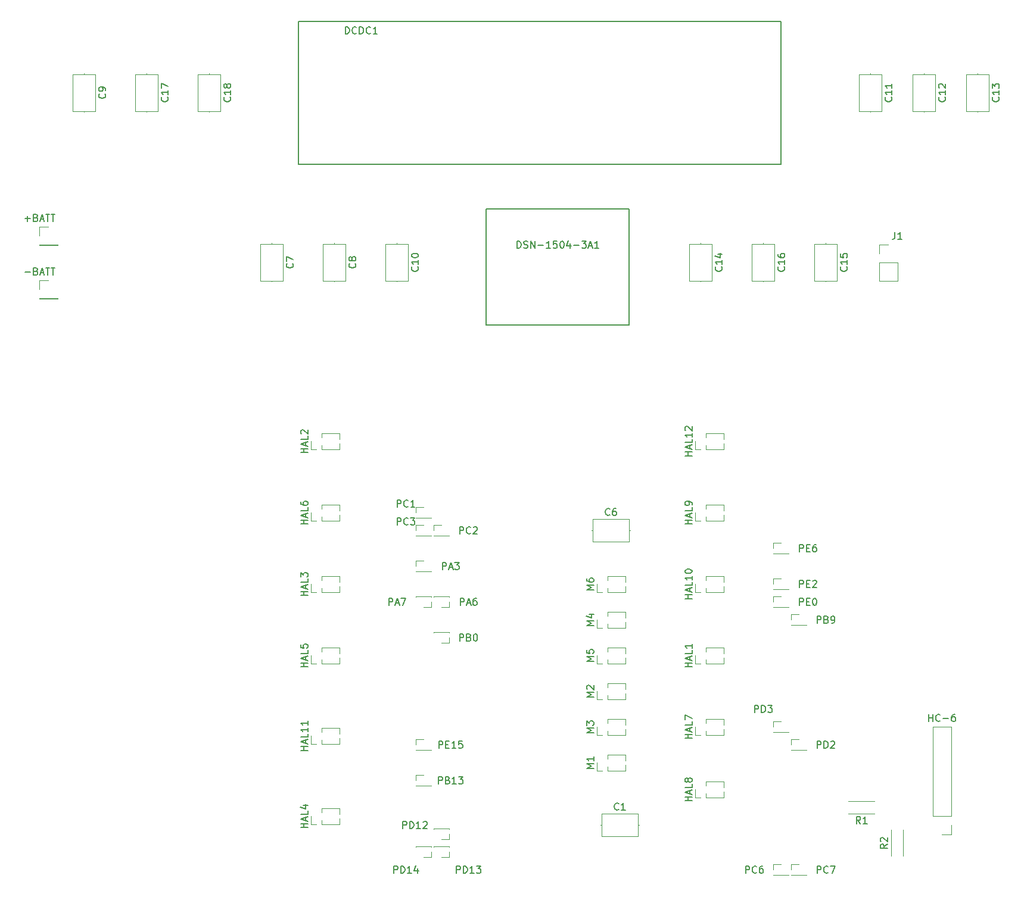
<source format=gbr>
G04 #@! TF.FileFunction,Legend,Top*
%FSLAX46Y46*%
G04 Gerber Fmt 4.6, Leading zero omitted, Abs format (unit mm)*
G04 Created by KiCad (PCBNEW 4.0.7) date 11/30/18 16:36:38*
%MOMM*%
%LPD*%
G01*
G04 APERTURE LIST*
%ADD10C,0.100000*%
%ADD11C,0.150000*%
%ADD12C,0.120000*%
G04 APERTURE END LIST*
D10*
D11*
X91440000Y-22860000D02*
X91440000Y-43180000D01*
X91440000Y-43180000D02*
X160020000Y-43180000D01*
X160020000Y-43180000D02*
X160020000Y-22860000D01*
X160020000Y-22860000D02*
X91440000Y-22860000D01*
D12*
X184210000Y-123130000D02*
X181550000Y-123130000D01*
X184210000Y-135890000D02*
X184210000Y-123130000D01*
X181550000Y-135890000D02*
X181550000Y-123130000D01*
X184210000Y-135890000D02*
X181550000Y-135890000D01*
X184210000Y-137160000D02*
X184210000Y-138490000D01*
X184210000Y-138490000D02*
X182880000Y-138490000D01*
X173930000Y-59750000D02*
X176590000Y-59750000D01*
X173930000Y-57150000D02*
X173930000Y-59750000D01*
X176590000Y-57150000D02*
X176590000Y-59750000D01*
X173930000Y-57150000D02*
X176590000Y-57150000D01*
X173930000Y-55880000D02*
X173930000Y-54550000D01*
X173930000Y-54550000D02*
X175260000Y-54550000D01*
X173310000Y-135480000D02*
X169590000Y-135480000D01*
X173310000Y-133760000D02*
X169590000Y-133760000D01*
X175670000Y-141560000D02*
X175670000Y-137840000D01*
X177390000Y-141560000D02*
X177390000Y-137840000D01*
X161450000Y-144270000D02*
X163670000Y-144270000D01*
X161450000Y-144270000D02*
X161450000Y-144205000D01*
X163670000Y-144270000D02*
X163670000Y-144205000D01*
X161450000Y-144270000D02*
X161996529Y-144270000D01*
X163123471Y-144270000D02*
X163670000Y-144270000D01*
X161450000Y-143510000D02*
X161450000Y-142750000D01*
X161450000Y-142750000D02*
X162560000Y-142750000D01*
X108110000Y-126490000D02*
X110330000Y-126490000D01*
X108110000Y-126490000D02*
X108110000Y-126425000D01*
X110330000Y-126490000D02*
X110330000Y-126425000D01*
X108110000Y-126490000D02*
X108656529Y-126490000D01*
X109783471Y-126490000D02*
X110330000Y-126490000D01*
X108110000Y-125730000D02*
X108110000Y-124970000D01*
X108110000Y-124970000D02*
X109220000Y-124970000D01*
X158910000Y-98550000D02*
X161130000Y-98550000D01*
X158910000Y-98550000D02*
X158910000Y-98485000D01*
X161130000Y-98550000D02*
X161130000Y-98485000D01*
X158910000Y-98550000D02*
X159456529Y-98550000D01*
X160583471Y-98550000D02*
X161130000Y-98550000D01*
X158910000Y-97790000D02*
X158910000Y-97030000D01*
X158910000Y-97030000D02*
X160020000Y-97030000D01*
X158910000Y-103630000D02*
X161130000Y-103630000D01*
X158910000Y-103630000D02*
X158910000Y-103565000D01*
X161130000Y-103630000D02*
X161130000Y-103565000D01*
X158910000Y-103630000D02*
X159456529Y-103630000D01*
X160583471Y-103630000D02*
X161130000Y-103630000D01*
X158910000Y-102870000D02*
X158910000Y-102110000D01*
X158910000Y-102110000D02*
X160020000Y-102110000D01*
X158910000Y-106170000D02*
X161130000Y-106170000D01*
X158910000Y-106170000D02*
X158910000Y-106105000D01*
X161130000Y-106170000D02*
X161130000Y-106105000D01*
X158910000Y-106170000D02*
X159456529Y-106170000D01*
X160583471Y-106170000D02*
X161130000Y-106170000D01*
X158910000Y-105410000D02*
X158910000Y-104650000D01*
X158910000Y-104650000D02*
X160020000Y-104650000D01*
X110330000Y-140210000D02*
X108110000Y-140210000D01*
X110330000Y-140210000D02*
X110330000Y-140275000D01*
X108110000Y-140210000D02*
X108110000Y-140275000D01*
X110330000Y-140210000D02*
X109783471Y-140210000D01*
X108656529Y-140210000D02*
X108110000Y-140210000D01*
X110330000Y-140970000D02*
X110330000Y-141730000D01*
X110330000Y-141730000D02*
X109220000Y-141730000D01*
X112870000Y-140210000D02*
X110650000Y-140210000D01*
X112870000Y-140210000D02*
X112870000Y-140275000D01*
X110650000Y-140210000D02*
X110650000Y-140275000D01*
X112870000Y-140210000D02*
X112323471Y-140210000D01*
X111196529Y-140210000D02*
X110650000Y-140210000D01*
X112870000Y-140970000D02*
X112870000Y-141730000D01*
X112870000Y-141730000D02*
X111760000Y-141730000D01*
X112870000Y-137670000D02*
X110650000Y-137670000D01*
X112870000Y-137670000D02*
X112870000Y-137735000D01*
X110650000Y-137670000D02*
X110650000Y-137735000D01*
X112870000Y-137670000D02*
X112323471Y-137670000D01*
X111196529Y-137670000D02*
X110650000Y-137670000D01*
X112870000Y-138430000D02*
X112870000Y-139190000D01*
X112870000Y-139190000D02*
X111760000Y-139190000D01*
X158910000Y-123950000D02*
X161130000Y-123950000D01*
X158910000Y-123950000D02*
X158910000Y-123885000D01*
X161130000Y-123950000D02*
X161130000Y-123885000D01*
X158910000Y-123950000D02*
X159456529Y-123950000D01*
X160583471Y-123950000D02*
X161130000Y-123950000D01*
X158910000Y-123190000D02*
X158910000Y-122430000D01*
X158910000Y-122430000D02*
X160020000Y-122430000D01*
X161450000Y-126490000D02*
X163670000Y-126490000D01*
X161450000Y-126490000D02*
X161450000Y-126425000D01*
X163670000Y-126490000D02*
X163670000Y-126425000D01*
X161450000Y-126490000D02*
X161996529Y-126490000D01*
X163123471Y-126490000D02*
X163670000Y-126490000D01*
X161450000Y-125730000D02*
X161450000Y-124970000D01*
X161450000Y-124970000D02*
X162560000Y-124970000D01*
X158910000Y-144270000D02*
X161130000Y-144270000D01*
X158910000Y-144270000D02*
X158910000Y-144205000D01*
X161130000Y-144270000D02*
X161130000Y-144205000D01*
X158910000Y-144270000D02*
X159456529Y-144270000D01*
X160583471Y-144270000D02*
X161130000Y-144270000D01*
X158910000Y-143510000D02*
X158910000Y-142750000D01*
X158910000Y-142750000D02*
X160020000Y-142750000D01*
X108110000Y-96010000D02*
X110330000Y-96010000D01*
X108110000Y-96010000D02*
X108110000Y-95945000D01*
X110330000Y-96010000D02*
X110330000Y-95945000D01*
X108110000Y-96010000D02*
X108656529Y-96010000D01*
X109783471Y-96010000D02*
X110330000Y-96010000D01*
X108110000Y-95250000D02*
X108110000Y-94490000D01*
X108110000Y-94490000D02*
X109220000Y-94490000D01*
X110650000Y-96010000D02*
X112870000Y-96010000D01*
X110650000Y-96010000D02*
X110650000Y-95945000D01*
X112870000Y-96010000D02*
X112870000Y-95945000D01*
X110650000Y-96010000D02*
X111196529Y-96010000D01*
X112323471Y-96010000D02*
X112870000Y-96010000D01*
X110650000Y-95250000D02*
X110650000Y-94490000D01*
X110650000Y-94490000D02*
X111760000Y-94490000D01*
X108110000Y-93470000D02*
X110330000Y-93470000D01*
X108110000Y-93470000D02*
X108110000Y-93405000D01*
X110330000Y-93470000D02*
X110330000Y-93405000D01*
X108110000Y-93470000D02*
X108656529Y-93470000D01*
X109783471Y-93470000D02*
X110330000Y-93470000D01*
X108110000Y-92710000D02*
X108110000Y-91950000D01*
X108110000Y-91950000D02*
X109220000Y-91950000D01*
X108110000Y-131570000D02*
X110330000Y-131570000D01*
X108110000Y-131570000D02*
X108110000Y-131505000D01*
X110330000Y-131570000D02*
X110330000Y-131505000D01*
X108110000Y-131570000D02*
X108656529Y-131570000D01*
X109783471Y-131570000D02*
X110330000Y-131570000D01*
X108110000Y-130810000D02*
X108110000Y-130050000D01*
X108110000Y-130050000D02*
X109220000Y-130050000D01*
X161450000Y-108710000D02*
X163670000Y-108710000D01*
X161450000Y-108710000D02*
X161450000Y-108645000D01*
X163670000Y-108710000D02*
X163670000Y-108645000D01*
X161450000Y-108710000D02*
X161996529Y-108710000D01*
X163123471Y-108710000D02*
X163670000Y-108710000D01*
X161450000Y-107950000D02*
X161450000Y-107190000D01*
X161450000Y-107190000D02*
X162560000Y-107190000D01*
X112870000Y-109730000D02*
X110650000Y-109730000D01*
X112870000Y-109730000D02*
X112870000Y-109795000D01*
X110650000Y-109730000D02*
X110650000Y-109795000D01*
X112870000Y-109730000D02*
X112323471Y-109730000D01*
X111196529Y-109730000D02*
X110650000Y-109730000D01*
X112870000Y-110490000D02*
X112870000Y-111250000D01*
X112870000Y-111250000D02*
X111760000Y-111250000D01*
X110330000Y-104650000D02*
X108110000Y-104650000D01*
X110330000Y-104650000D02*
X110330000Y-104715000D01*
X108110000Y-104650000D02*
X108110000Y-104715000D01*
X110330000Y-104650000D02*
X109783471Y-104650000D01*
X108656529Y-104650000D02*
X108110000Y-104650000D01*
X110330000Y-105410000D02*
X110330000Y-106170000D01*
X110330000Y-106170000D02*
X109220000Y-106170000D01*
X112870000Y-104650000D02*
X110650000Y-104650000D01*
X112870000Y-104650000D02*
X112870000Y-104715000D01*
X110650000Y-104650000D02*
X110650000Y-104715000D01*
X112870000Y-104650000D02*
X112323471Y-104650000D01*
X111196529Y-104650000D02*
X110650000Y-104650000D01*
X112870000Y-105410000D02*
X112870000Y-106170000D01*
X112870000Y-106170000D02*
X111760000Y-106170000D01*
X108110000Y-101090000D02*
X110330000Y-101090000D01*
X108110000Y-101090000D02*
X108110000Y-101025000D01*
X110330000Y-101090000D02*
X110330000Y-101025000D01*
X108110000Y-101090000D02*
X108656529Y-101090000D01*
X109783471Y-101090000D02*
X110330000Y-101090000D01*
X108110000Y-100330000D02*
X108110000Y-99570000D01*
X108110000Y-99570000D02*
X109220000Y-99570000D01*
X137855000Y-103980000D02*
X137855000Y-103177530D01*
X137855000Y-102562470D02*
X137855000Y-101760000D01*
X135380000Y-103980000D02*
X137855000Y-103980000D01*
X135380000Y-101760000D02*
X137855000Y-101760000D01*
X135380000Y-103980000D02*
X135380000Y-103433471D01*
X135380000Y-102306529D02*
X135380000Y-101760000D01*
X134620000Y-103980000D02*
X133860000Y-103980000D01*
X133860000Y-103980000D02*
X133860000Y-102870000D01*
X137855000Y-114140000D02*
X137855000Y-113337530D01*
X137855000Y-112722470D02*
X137855000Y-111920000D01*
X135380000Y-114140000D02*
X137855000Y-114140000D01*
X135380000Y-111920000D02*
X137855000Y-111920000D01*
X135380000Y-114140000D02*
X135380000Y-113593471D01*
X135380000Y-112466529D02*
X135380000Y-111920000D01*
X134620000Y-114140000D02*
X133860000Y-114140000D01*
X133860000Y-114140000D02*
X133860000Y-113030000D01*
X137855000Y-109060000D02*
X137855000Y-108257530D01*
X137855000Y-107642470D02*
X137855000Y-106840000D01*
X135380000Y-109060000D02*
X137855000Y-109060000D01*
X135380000Y-106840000D02*
X137855000Y-106840000D01*
X135380000Y-109060000D02*
X135380000Y-108513471D01*
X135380000Y-107386529D02*
X135380000Y-106840000D01*
X134620000Y-109060000D02*
X133860000Y-109060000D01*
X133860000Y-109060000D02*
X133860000Y-107950000D01*
X137855000Y-124300000D02*
X137855000Y-123497530D01*
X137855000Y-122882470D02*
X137855000Y-122080000D01*
X135380000Y-124300000D02*
X137855000Y-124300000D01*
X135380000Y-122080000D02*
X137855000Y-122080000D01*
X135380000Y-124300000D02*
X135380000Y-123753471D01*
X135380000Y-122626529D02*
X135380000Y-122080000D01*
X134620000Y-124300000D02*
X133860000Y-124300000D01*
X133860000Y-124300000D02*
X133860000Y-123190000D01*
X137855000Y-119220000D02*
X137855000Y-118417530D01*
X137855000Y-117802470D02*
X137855000Y-117000000D01*
X135380000Y-119220000D02*
X137855000Y-119220000D01*
X135380000Y-117000000D02*
X137855000Y-117000000D01*
X135380000Y-119220000D02*
X135380000Y-118673471D01*
X135380000Y-117546529D02*
X135380000Y-117000000D01*
X134620000Y-119220000D02*
X133860000Y-119220000D01*
X133860000Y-119220000D02*
X133860000Y-118110000D01*
X137855000Y-129380000D02*
X137855000Y-128577530D01*
X137855000Y-127962470D02*
X137855000Y-127160000D01*
X135380000Y-129380000D02*
X137855000Y-129380000D01*
X135380000Y-127160000D02*
X137855000Y-127160000D01*
X135380000Y-129380000D02*
X135380000Y-128833471D01*
X135380000Y-127706529D02*
X135380000Y-127160000D01*
X134620000Y-129380000D02*
X133860000Y-129380000D01*
X133860000Y-129380000D02*
X133860000Y-128270000D01*
X151825000Y-83660000D02*
X151825000Y-82857530D01*
X151825000Y-82242470D02*
X151825000Y-81440000D01*
X149350000Y-83660000D02*
X151825000Y-83660000D01*
X149350000Y-81440000D02*
X151825000Y-81440000D01*
X149350000Y-83660000D02*
X149350000Y-83113471D01*
X149350000Y-81986529D02*
X149350000Y-81440000D01*
X148590000Y-83660000D02*
X147830000Y-83660000D01*
X147830000Y-83660000D02*
X147830000Y-82550000D01*
X97215000Y-125570000D02*
X97215000Y-124767530D01*
X97215000Y-124152470D02*
X97215000Y-123350000D01*
X94740000Y-125570000D02*
X97215000Y-125570000D01*
X94740000Y-123350000D02*
X97215000Y-123350000D01*
X94740000Y-125570000D02*
X94740000Y-125023471D01*
X94740000Y-123896529D02*
X94740000Y-123350000D01*
X93980000Y-125570000D02*
X93220000Y-125570000D01*
X93220000Y-125570000D02*
X93220000Y-124460000D01*
X151825000Y-103980000D02*
X151825000Y-103177530D01*
X151825000Y-102562470D02*
X151825000Y-101760000D01*
X149350000Y-103980000D02*
X151825000Y-103980000D01*
X149350000Y-101760000D02*
X151825000Y-101760000D01*
X149350000Y-103980000D02*
X149350000Y-103433471D01*
X149350000Y-102306529D02*
X149350000Y-101760000D01*
X148590000Y-103980000D02*
X147830000Y-103980000D01*
X147830000Y-103980000D02*
X147830000Y-102870000D01*
X151825000Y-93820000D02*
X151825000Y-93017530D01*
X151825000Y-92402470D02*
X151825000Y-91600000D01*
X149350000Y-93820000D02*
X151825000Y-93820000D01*
X149350000Y-91600000D02*
X151825000Y-91600000D01*
X149350000Y-93820000D02*
X149350000Y-93273471D01*
X149350000Y-92146529D02*
X149350000Y-91600000D01*
X148590000Y-93820000D02*
X147830000Y-93820000D01*
X147830000Y-93820000D02*
X147830000Y-92710000D01*
X151825000Y-133190000D02*
X151825000Y-132387530D01*
X151825000Y-131772470D02*
X151825000Y-130970000D01*
X149350000Y-133190000D02*
X151825000Y-133190000D01*
X149350000Y-130970000D02*
X151825000Y-130970000D01*
X149350000Y-133190000D02*
X149350000Y-132643471D01*
X149350000Y-131516529D02*
X149350000Y-130970000D01*
X148590000Y-133190000D02*
X147830000Y-133190000D01*
X147830000Y-133190000D02*
X147830000Y-132080000D01*
X151825000Y-124300000D02*
X151825000Y-123497530D01*
X151825000Y-122882470D02*
X151825000Y-122080000D01*
X149350000Y-124300000D02*
X151825000Y-124300000D01*
X149350000Y-122080000D02*
X151825000Y-122080000D01*
X149350000Y-124300000D02*
X149350000Y-123753471D01*
X149350000Y-122626529D02*
X149350000Y-122080000D01*
X148590000Y-124300000D02*
X147830000Y-124300000D01*
X147830000Y-124300000D02*
X147830000Y-123190000D01*
X97215000Y-93820000D02*
X97215000Y-93017530D01*
X97215000Y-92402470D02*
X97215000Y-91600000D01*
X94740000Y-93820000D02*
X97215000Y-93820000D01*
X94740000Y-91600000D02*
X97215000Y-91600000D01*
X94740000Y-93820000D02*
X94740000Y-93273471D01*
X94740000Y-92146529D02*
X94740000Y-91600000D01*
X93980000Y-93820000D02*
X93220000Y-93820000D01*
X93220000Y-93820000D02*
X93220000Y-92710000D01*
X97215000Y-114140000D02*
X97215000Y-113337530D01*
X97215000Y-112722470D02*
X97215000Y-111920000D01*
X94740000Y-114140000D02*
X97215000Y-114140000D01*
X94740000Y-111920000D02*
X97215000Y-111920000D01*
X94740000Y-114140000D02*
X94740000Y-113593471D01*
X94740000Y-112466529D02*
X94740000Y-111920000D01*
X93980000Y-114140000D02*
X93220000Y-114140000D01*
X93220000Y-114140000D02*
X93220000Y-113030000D01*
X97215000Y-137000000D02*
X97215000Y-136197530D01*
X97215000Y-135582470D02*
X97215000Y-134780000D01*
X94740000Y-137000000D02*
X97215000Y-137000000D01*
X94740000Y-134780000D02*
X97215000Y-134780000D01*
X94740000Y-137000000D02*
X94740000Y-136453471D01*
X94740000Y-135326529D02*
X94740000Y-134780000D01*
X93980000Y-137000000D02*
X93220000Y-137000000D01*
X93220000Y-137000000D02*
X93220000Y-135890000D01*
X97215000Y-103980000D02*
X97215000Y-103177530D01*
X97215000Y-102562470D02*
X97215000Y-101760000D01*
X94740000Y-103980000D02*
X97215000Y-103980000D01*
X94740000Y-101760000D02*
X97215000Y-101760000D01*
X94740000Y-103980000D02*
X94740000Y-103433471D01*
X94740000Y-102306529D02*
X94740000Y-101760000D01*
X93980000Y-103980000D02*
X93220000Y-103980000D01*
X93220000Y-103980000D02*
X93220000Y-102870000D01*
X97215000Y-83660000D02*
X97215000Y-82857530D01*
X97215000Y-82242470D02*
X97215000Y-81440000D01*
X94740000Y-83660000D02*
X97215000Y-83660000D01*
X94740000Y-81440000D02*
X97215000Y-81440000D01*
X94740000Y-83660000D02*
X94740000Y-83113471D01*
X94740000Y-81986529D02*
X94740000Y-81440000D01*
X93980000Y-83660000D02*
X93220000Y-83660000D01*
X93220000Y-83660000D02*
X93220000Y-82550000D01*
X151825000Y-114140000D02*
X151825000Y-113337530D01*
X151825000Y-112722470D02*
X151825000Y-111920000D01*
X149350000Y-114140000D02*
X151825000Y-114140000D01*
X149350000Y-111920000D02*
X151825000Y-111920000D01*
X149350000Y-114140000D02*
X149350000Y-113593471D01*
X149350000Y-112466529D02*
X149350000Y-111920000D01*
X148590000Y-114140000D02*
X147830000Y-114140000D01*
X147830000Y-114140000D02*
X147830000Y-113030000D01*
X80350000Y-30350000D02*
X77130000Y-30350000D01*
X77130000Y-30350000D02*
X77130000Y-35570000D01*
X77130000Y-35570000D02*
X80350000Y-35570000D01*
X80350000Y-35570000D02*
X80350000Y-30350000D01*
X78740000Y-30190000D02*
X78740000Y-30350000D01*
X78740000Y-35730000D02*
X78740000Y-35570000D01*
X71460000Y-30350000D02*
X68240000Y-30350000D01*
X68240000Y-30350000D02*
X68240000Y-35570000D01*
X68240000Y-35570000D02*
X71460000Y-35570000D01*
X71460000Y-35570000D02*
X71460000Y-30350000D01*
X69850000Y-30190000D02*
X69850000Y-30350000D01*
X69850000Y-35730000D02*
X69850000Y-35570000D01*
X159090000Y-54480000D02*
X155870000Y-54480000D01*
X155870000Y-54480000D02*
X155870000Y-59700000D01*
X155870000Y-59700000D02*
X159090000Y-59700000D01*
X159090000Y-59700000D02*
X159090000Y-54480000D01*
X157480000Y-54320000D02*
X157480000Y-54480000D01*
X157480000Y-59860000D02*
X157480000Y-59700000D01*
X167980000Y-54480000D02*
X164760000Y-54480000D01*
X164760000Y-54480000D02*
X164760000Y-59700000D01*
X164760000Y-59700000D02*
X167980000Y-59700000D01*
X167980000Y-59700000D02*
X167980000Y-54480000D01*
X166370000Y-54320000D02*
X166370000Y-54480000D01*
X166370000Y-59860000D02*
X166370000Y-59700000D01*
X150200000Y-54480000D02*
X146980000Y-54480000D01*
X146980000Y-54480000D02*
X146980000Y-59700000D01*
X146980000Y-59700000D02*
X150200000Y-59700000D01*
X150200000Y-59700000D02*
X150200000Y-54480000D01*
X148590000Y-54320000D02*
X148590000Y-54480000D01*
X148590000Y-59860000D02*
X148590000Y-59700000D01*
X189570000Y-30350000D02*
X186350000Y-30350000D01*
X186350000Y-30350000D02*
X186350000Y-35570000D01*
X186350000Y-35570000D02*
X189570000Y-35570000D01*
X189570000Y-35570000D02*
X189570000Y-30350000D01*
X187960000Y-30190000D02*
X187960000Y-30350000D01*
X187960000Y-35730000D02*
X187960000Y-35570000D01*
X181950000Y-30350000D02*
X178730000Y-30350000D01*
X178730000Y-30350000D02*
X178730000Y-35570000D01*
X178730000Y-35570000D02*
X181950000Y-35570000D01*
X181950000Y-35570000D02*
X181950000Y-30350000D01*
X180340000Y-30190000D02*
X180340000Y-30350000D01*
X180340000Y-35730000D02*
X180340000Y-35570000D01*
X174330000Y-30350000D02*
X171110000Y-30350000D01*
X171110000Y-30350000D02*
X171110000Y-35570000D01*
X171110000Y-35570000D02*
X174330000Y-35570000D01*
X174330000Y-35570000D02*
X174330000Y-30350000D01*
X172720000Y-30190000D02*
X172720000Y-30350000D01*
X172720000Y-35730000D02*
X172720000Y-35570000D01*
X107020000Y-54480000D02*
X103800000Y-54480000D01*
X103800000Y-54480000D02*
X103800000Y-59700000D01*
X103800000Y-59700000D02*
X107020000Y-59700000D01*
X107020000Y-59700000D02*
X107020000Y-54480000D01*
X105410000Y-54320000D02*
X105410000Y-54480000D01*
X105410000Y-59860000D02*
X105410000Y-59700000D01*
X62570000Y-30350000D02*
X59350000Y-30350000D01*
X59350000Y-30350000D02*
X59350000Y-35570000D01*
X59350000Y-35570000D02*
X62570000Y-35570000D01*
X62570000Y-35570000D02*
X62570000Y-30350000D01*
X60960000Y-30190000D02*
X60960000Y-30350000D01*
X60960000Y-35730000D02*
X60960000Y-35570000D01*
X98130000Y-54480000D02*
X94910000Y-54480000D01*
X94910000Y-54480000D02*
X94910000Y-59700000D01*
X94910000Y-59700000D02*
X98130000Y-59700000D01*
X98130000Y-59700000D02*
X98130000Y-54480000D01*
X96520000Y-54320000D02*
X96520000Y-54480000D01*
X96520000Y-59860000D02*
X96520000Y-59700000D01*
X89240000Y-54480000D02*
X86020000Y-54480000D01*
X86020000Y-54480000D02*
X86020000Y-59700000D01*
X86020000Y-59700000D02*
X89240000Y-59700000D01*
X89240000Y-59700000D02*
X89240000Y-54480000D01*
X87630000Y-54320000D02*
X87630000Y-54480000D01*
X87630000Y-59860000D02*
X87630000Y-59700000D01*
X133220000Y-93640000D02*
X133220000Y-96860000D01*
X133220000Y-96860000D02*
X138440000Y-96860000D01*
X138440000Y-96860000D02*
X138440000Y-93640000D01*
X138440000Y-93640000D02*
X133220000Y-93640000D01*
X133060000Y-95250000D02*
X133220000Y-95250000D01*
X138600000Y-95250000D02*
X138440000Y-95250000D01*
X134490000Y-135550000D02*
X134490000Y-138770000D01*
X134490000Y-138770000D02*
X139710000Y-138770000D01*
X139710000Y-138770000D02*
X139710000Y-135550000D01*
X139710000Y-135550000D02*
X134490000Y-135550000D01*
X134330000Y-137160000D02*
X134490000Y-137160000D01*
X139870000Y-137160000D02*
X139710000Y-137160000D01*
D11*
X138430000Y-66040000D02*
X118110000Y-66040000D01*
X118110000Y-66040000D02*
X118110000Y-49530000D01*
X118110000Y-49530000D02*
X138430000Y-49530000D01*
X138430000Y-49530000D02*
X138430000Y-66040000D01*
D12*
X54550000Y-54670000D02*
X57210000Y-54670000D01*
X54550000Y-54610000D02*
X54550000Y-54670000D01*
X57210000Y-54610000D02*
X57210000Y-54670000D01*
X54550000Y-54610000D02*
X57210000Y-54610000D01*
X54550000Y-53340000D02*
X54550000Y-52010000D01*
X54550000Y-52010000D02*
X55880000Y-52010000D01*
X54550000Y-62290000D02*
X57210000Y-62290000D01*
X54550000Y-62230000D02*
X54550000Y-62290000D01*
X57210000Y-62230000D02*
X57210000Y-62290000D01*
X54550000Y-62230000D02*
X57210000Y-62230000D01*
X54550000Y-60960000D02*
X54550000Y-59630000D01*
X54550000Y-59630000D02*
X55880000Y-59630000D01*
D11*
X98091905Y-24582381D02*
X98091905Y-23582381D01*
X98330000Y-23582381D01*
X98472858Y-23630000D01*
X98568096Y-23725238D01*
X98615715Y-23820476D01*
X98663334Y-24010952D01*
X98663334Y-24153810D01*
X98615715Y-24344286D01*
X98568096Y-24439524D01*
X98472858Y-24534762D01*
X98330000Y-24582381D01*
X98091905Y-24582381D01*
X99663334Y-24487143D02*
X99615715Y-24534762D01*
X99472858Y-24582381D01*
X99377620Y-24582381D01*
X99234762Y-24534762D01*
X99139524Y-24439524D01*
X99091905Y-24344286D01*
X99044286Y-24153810D01*
X99044286Y-24010952D01*
X99091905Y-23820476D01*
X99139524Y-23725238D01*
X99234762Y-23630000D01*
X99377620Y-23582381D01*
X99472858Y-23582381D01*
X99615715Y-23630000D01*
X99663334Y-23677619D01*
X100091905Y-24582381D02*
X100091905Y-23582381D01*
X100330000Y-23582381D01*
X100472858Y-23630000D01*
X100568096Y-23725238D01*
X100615715Y-23820476D01*
X100663334Y-24010952D01*
X100663334Y-24153810D01*
X100615715Y-24344286D01*
X100568096Y-24439524D01*
X100472858Y-24534762D01*
X100330000Y-24582381D01*
X100091905Y-24582381D01*
X101663334Y-24487143D02*
X101615715Y-24534762D01*
X101472858Y-24582381D01*
X101377620Y-24582381D01*
X101234762Y-24534762D01*
X101139524Y-24439524D01*
X101091905Y-24344286D01*
X101044286Y-24153810D01*
X101044286Y-24010952D01*
X101091905Y-23820476D01*
X101139524Y-23725238D01*
X101234762Y-23630000D01*
X101377620Y-23582381D01*
X101472858Y-23582381D01*
X101615715Y-23630000D01*
X101663334Y-23677619D01*
X102615715Y-24582381D02*
X102044286Y-24582381D01*
X102330000Y-24582381D02*
X102330000Y-23582381D01*
X102234762Y-23725238D01*
X102139524Y-23820476D01*
X102044286Y-23868095D01*
X180999048Y-122372381D02*
X180999048Y-121372381D01*
X180999048Y-121848571D02*
X181570477Y-121848571D01*
X181570477Y-122372381D02*
X181570477Y-121372381D01*
X182618096Y-122277143D02*
X182570477Y-122324762D01*
X182427620Y-122372381D01*
X182332382Y-122372381D01*
X182189524Y-122324762D01*
X182094286Y-122229524D01*
X182046667Y-122134286D01*
X181999048Y-121943810D01*
X181999048Y-121800952D01*
X182046667Y-121610476D01*
X182094286Y-121515238D01*
X182189524Y-121420000D01*
X182332382Y-121372381D01*
X182427620Y-121372381D01*
X182570477Y-121420000D01*
X182618096Y-121467619D01*
X183046667Y-121991429D02*
X183808572Y-121991429D01*
X184713334Y-121372381D02*
X184522857Y-121372381D01*
X184427619Y-121420000D01*
X184380000Y-121467619D01*
X184284762Y-121610476D01*
X184237143Y-121800952D01*
X184237143Y-122181905D01*
X184284762Y-122277143D01*
X184332381Y-122324762D01*
X184427619Y-122372381D01*
X184618096Y-122372381D01*
X184713334Y-122324762D01*
X184760953Y-122277143D01*
X184808572Y-122181905D01*
X184808572Y-121943810D01*
X184760953Y-121848571D01*
X184713334Y-121800952D01*
X184618096Y-121753333D01*
X184427619Y-121753333D01*
X184332381Y-121800952D01*
X184284762Y-121848571D01*
X184237143Y-121943810D01*
X176196667Y-52792381D02*
X176196667Y-53506667D01*
X176149047Y-53649524D01*
X176053809Y-53744762D01*
X175910952Y-53792381D01*
X175815714Y-53792381D01*
X177196667Y-53792381D02*
X176625238Y-53792381D01*
X176910952Y-53792381D02*
X176910952Y-52792381D01*
X176815714Y-52935238D01*
X176720476Y-53030476D01*
X176625238Y-53078095D01*
X171283334Y-136932381D02*
X170950000Y-136456190D01*
X170711905Y-136932381D02*
X170711905Y-135932381D01*
X171092858Y-135932381D01*
X171188096Y-135980000D01*
X171235715Y-136027619D01*
X171283334Y-136122857D01*
X171283334Y-136265714D01*
X171235715Y-136360952D01*
X171188096Y-136408571D01*
X171092858Y-136456190D01*
X170711905Y-136456190D01*
X172235715Y-136932381D02*
X171664286Y-136932381D01*
X171950000Y-136932381D02*
X171950000Y-135932381D01*
X171854762Y-136075238D01*
X171759524Y-136170476D01*
X171664286Y-136218095D01*
X175122381Y-139866666D02*
X174646190Y-140200000D01*
X175122381Y-140438095D02*
X174122381Y-140438095D01*
X174122381Y-140057142D01*
X174170000Y-139961904D01*
X174217619Y-139914285D01*
X174312857Y-139866666D01*
X174455714Y-139866666D01*
X174550952Y-139914285D01*
X174598571Y-139961904D01*
X174646190Y-140057142D01*
X174646190Y-140438095D01*
X174217619Y-139485714D02*
X174170000Y-139438095D01*
X174122381Y-139342857D01*
X174122381Y-139104761D01*
X174170000Y-139009523D01*
X174217619Y-138961904D01*
X174312857Y-138914285D01*
X174408095Y-138914285D01*
X174550952Y-138961904D01*
X175122381Y-139533333D01*
X175122381Y-138914285D01*
X165131905Y-143962381D02*
X165131905Y-142962381D01*
X165512858Y-142962381D01*
X165608096Y-143010000D01*
X165655715Y-143057619D01*
X165703334Y-143152857D01*
X165703334Y-143295714D01*
X165655715Y-143390952D01*
X165608096Y-143438571D01*
X165512858Y-143486190D01*
X165131905Y-143486190D01*
X166703334Y-143867143D02*
X166655715Y-143914762D01*
X166512858Y-143962381D01*
X166417620Y-143962381D01*
X166274762Y-143914762D01*
X166179524Y-143819524D01*
X166131905Y-143724286D01*
X166084286Y-143533810D01*
X166084286Y-143390952D01*
X166131905Y-143200476D01*
X166179524Y-143105238D01*
X166274762Y-143010000D01*
X166417620Y-142962381D01*
X166512858Y-142962381D01*
X166655715Y-143010000D01*
X166703334Y-143057619D01*
X167036667Y-142962381D02*
X167703334Y-142962381D01*
X167274762Y-143962381D01*
X111363333Y-126182381D02*
X111363333Y-125182381D01*
X111744286Y-125182381D01*
X111839524Y-125230000D01*
X111887143Y-125277619D01*
X111934762Y-125372857D01*
X111934762Y-125515714D01*
X111887143Y-125610952D01*
X111839524Y-125658571D01*
X111744286Y-125706190D01*
X111363333Y-125706190D01*
X112363333Y-125658571D02*
X112696667Y-125658571D01*
X112839524Y-126182381D02*
X112363333Y-126182381D01*
X112363333Y-125182381D01*
X112839524Y-125182381D01*
X113791905Y-126182381D02*
X113220476Y-126182381D01*
X113506190Y-126182381D02*
X113506190Y-125182381D01*
X113410952Y-125325238D01*
X113315714Y-125420476D01*
X113220476Y-125468095D01*
X114696667Y-125182381D02*
X114220476Y-125182381D01*
X114172857Y-125658571D01*
X114220476Y-125610952D01*
X114315714Y-125563333D01*
X114553810Y-125563333D01*
X114649048Y-125610952D01*
X114696667Y-125658571D01*
X114744286Y-125753810D01*
X114744286Y-125991905D01*
X114696667Y-126087143D01*
X114649048Y-126134762D01*
X114553810Y-126182381D01*
X114315714Y-126182381D01*
X114220476Y-126134762D01*
X114172857Y-126087143D01*
X162639524Y-98242381D02*
X162639524Y-97242381D01*
X163020477Y-97242381D01*
X163115715Y-97290000D01*
X163163334Y-97337619D01*
X163210953Y-97432857D01*
X163210953Y-97575714D01*
X163163334Y-97670952D01*
X163115715Y-97718571D01*
X163020477Y-97766190D01*
X162639524Y-97766190D01*
X163639524Y-97718571D02*
X163972858Y-97718571D01*
X164115715Y-98242381D02*
X163639524Y-98242381D01*
X163639524Y-97242381D01*
X164115715Y-97242381D01*
X164972858Y-97242381D02*
X164782381Y-97242381D01*
X164687143Y-97290000D01*
X164639524Y-97337619D01*
X164544286Y-97480476D01*
X164496667Y-97670952D01*
X164496667Y-98051905D01*
X164544286Y-98147143D01*
X164591905Y-98194762D01*
X164687143Y-98242381D01*
X164877620Y-98242381D01*
X164972858Y-98194762D01*
X165020477Y-98147143D01*
X165068096Y-98051905D01*
X165068096Y-97813810D01*
X165020477Y-97718571D01*
X164972858Y-97670952D01*
X164877620Y-97623333D01*
X164687143Y-97623333D01*
X164591905Y-97670952D01*
X164544286Y-97718571D01*
X164496667Y-97813810D01*
X162639524Y-103322381D02*
X162639524Y-102322381D01*
X163020477Y-102322381D01*
X163115715Y-102370000D01*
X163163334Y-102417619D01*
X163210953Y-102512857D01*
X163210953Y-102655714D01*
X163163334Y-102750952D01*
X163115715Y-102798571D01*
X163020477Y-102846190D01*
X162639524Y-102846190D01*
X163639524Y-102798571D02*
X163972858Y-102798571D01*
X164115715Y-103322381D02*
X163639524Y-103322381D01*
X163639524Y-102322381D01*
X164115715Y-102322381D01*
X164496667Y-102417619D02*
X164544286Y-102370000D01*
X164639524Y-102322381D01*
X164877620Y-102322381D01*
X164972858Y-102370000D01*
X165020477Y-102417619D01*
X165068096Y-102512857D01*
X165068096Y-102608095D01*
X165020477Y-102750952D01*
X164449048Y-103322381D01*
X165068096Y-103322381D01*
X162639524Y-105862381D02*
X162639524Y-104862381D01*
X163020477Y-104862381D01*
X163115715Y-104910000D01*
X163163334Y-104957619D01*
X163210953Y-105052857D01*
X163210953Y-105195714D01*
X163163334Y-105290952D01*
X163115715Y-105338571D01*
X163020477Y-105386190D01*
X162639524Y-105386190D01*
X163639524Y-105338571D02*
X163972858Y-105338571D01*
X164115715Y-105862381D02*
X163639524Y-105862381D01*
X163639524Y-104862381D01*
X164115715Y-104862381D01*
X164734762Y-104862381D02*
X164830001Y-104862381D01*
X164925239Y-104910000D01*
X164972858Y-104957619D01*
X165020477Y-105052857D01*
X165068096Y-105243333D01*
X165068096Y-105481429D01*
X165020477Y-105671905D01*
X164972858Y-105767143D01*
X164925239Y-105814762D01*
X164830001Y-105862381D01*
X164734762Y-105862381D01*
X164639524Y-105814762D01*
X164591905Y-105767143D01*
X164544286Y-105671905D01*
X164496667Y-105481429D01*
X164496667Y-105243333D01*
X164544286Y-105052857D01*
X164591905Y-104957619D01*
X164639524Y-104910000D01*
X164734762Y-104862381D01*
X104965714Y-143962381D02*
X104965714Y-142962381D01*
X105346667Y-142962381D01*
X105441905Y-143010000D01*
X105489524Y-143057619D01*
X105537143Y-143152857D01*
X105537143Y-143295714D01*
X105489524Y-143390952D01*
X105441905Y-143438571D01*
X105346667Y-143486190D01*
X104965714Y-143486190D01*
X105965714Y-143962381D02*
X105965714Y-142962381D01*
X106203809Y-142962381D01*
X106346667Y-143010000D01*
X106441905Y-143105238D01*
X106489524Y-143200476D01*
X106537143Y-143390952D01*
X106537143Y-143533810D01*
X106489524Y-143724286D01*
X106441905Y-143819524D01*
X106346667Y-143914762D01*
X106203809Y-143962381D01*
X105965714Y-143962381D01*
X107489524Y-143962381D02*
X106918095Y-143962381D01*
X107203809Y-143962381D02*
X107203809Y-142962381D01*
X107108571Y-143105238D01*
X107013333Y-143200476D01*
X106918095Y-143248095D01*
X108346667Y-143295714D02*
X108346667Y-143962381D01*
X108108571Y-142914762D02*
X107870476Y-143629048D01*
X108489524Y-143629048D01*
X113855714Y-143962381D02*
X113855714Y-142962381D01*
X114236667Y-142962381D01*
X114331905Y-143010000D01*
X114379524Y-143057619D01*
X114427143Y-143152857D01*
X114427143Y-143295714D01*
X114379524Y-143390952D01*
X114331905Y-143438571D01*
X114236667Y-143486190D01*
X113855714Y-143486190D01*
X114855714Y-143962381D02*
X114855714Y-142962381D01*
X115093809Y-142962381D01*
X115236667Y-143010000D01*
X115331905Y-143105238D01*
X115379524Y-143200476D01*
X115427143Y-143390952D01*
X115427143Y-143533810D01*
X115379524Y-143724286D01*
X115331905Y-143819524D01*
X115236667Y-143914762D01*
X115093809Y-143962381D01*
X114855714Y-143962381D01*
X116379524Y-143962381D02*
X115808095Y-143962381D01*
X116093809Y-143962381D02*
X116093809Y-142962381D01*
X115998571Y-143105238D01*
X115903333Y-143200476D01*
X115808095Y-143248095D01*
X116712857Y-142962381D02*
X117331905Y-142962381D01*
X116998571Y-143343333D01*
X117141429Y-143343333D01*
X117236667Y-143390952D01*
X117284286Y-143438571D01*
X117331905Y-143533810D01*
X117331905Y-143771905D01*
X117284286Y-143867143D01*
X117236667Y-143914762D01*
X117141429Y-143962381D01*
X116855714Y-143962381D01*
X116760476Y-143914762D01*
X116712857Y-143867143D01*
X106235714Y-137612381D02*
X106235714Y-136612381D01*
X106616667Y-136612381D01*
X106711905Y-136660000D01*
X106759524Y-136707619D01*
X106807143Y-136802857D01*
X106807143Y-136945714D01*
X106759524Y-137040952D01*
X106711905Y-137088571D01*
X106616667Y-137136190D01*
X106235714Y-137136190D01*
X107235714Y-137612381D02*
X107235714Y-136612381D01*
X107473809Y-136612381D01*
X107616667Y-136660000D01*
X107711905Y-136755238D01*
X107759524Y-136850476D01*
X107807143Y-137040952D01*
X107807143Y-137183810D01*
X107759524Y-137374286D01*
X107711905Y-137469524D01*
X107616667Y-137564762D01*
X107473809Y-137612381D01*
X107235714Y-137612381D01*
X108759524Y-137612381D02*
X108188095Y-137612381D01*
X108473809Y-137612381D02*
X108473809Y-136612381D01*
X108378571Y-136755238D01*
X108283333Y-136850476D01*
X108188095Y-136898095D01*
X109140476Y-136707619D02*
X109188095Y-136660000D01*
X109283333Y-136612381D01*
X109521429Y-136612381D01*
X109616667Y-136660000D01*
X109664286Y-136707619D01*
X109711905Y-136802857D01*
X109711905Y-136898095D01*
X109664286Y-137040952D01*
X109092857Y-137612381D01*
X109711905Y-137612381D01*
X156241905Y-121102381D02*
X156241905Y-120102381D01*
X156622858Y-120102381D01*
X156718096Y-120150000D01*
X156765715Y-120197619D01*
X156813334Y-120292857D01*
X156813334Y-120435714D01*
X156765715Y-120530952D01*
X156718096Y-120578571D01*
X156622858Y-120626190D01*
X156241905Y-120626190D01*
X157241905Y-121102381D02*
X157241905Y-120102381D01*
X157480000Y-120102381D01*
X157622858Y-120150000D01*
X157718096Y-120245238D01*
X157765715Y-120340476D01*
X157813334Y-120530952D01*
X157813334Y-120673810D01*
X157765715Y-120864286D01*
X157718096Y-120959524D01*
X157622858Y-121054762D01*
X157480000Y-121102381D01*
X157241905Y-121102381D01*
X158146667Y-120102381D02*
X158765715Y-120102381D01*
X158432381Y-120483333D01*
X158575239Y-120483333D01*
X158670477Y-120530952D01*
X158718096Y-120578571D01*
X158765715Y-120673810D01*
X158765715Y-120911905D01*
X158718096Y-121007143D01*
X158670477Y-121054762D01*
X158575239Y-121102381D01*
X158289524Y-121102381D01*
X158194286Y-121054762D01*
X158146667Y-121007143D01*
X165131905Y-126182381D02*
X165131905Y-125182381D01*
X165512858Y-125182381D01*
X165608096Y-125230000D01*
X165655715Y-125277619D01*
X165703334Y-125372857D01*
X165703334Y-125515714D01*
X165655715Y-125610952D01*
X165608096Y-125658571D01*
X165512858Y-125706190D01*
X165131905Y-125706190D01*
X166131905Y-126182381D02*
X166131905Y-125182381D01*
X166370000Y-125182381D01*
X166512858Y-125230000D01*
X166608096Y-125325238D01*
X166655715Y-125420476D01*
X166703334Y-125610952D01*
X166703334Y-125753810D01*
X166655715Y-125944286D01*
X166608096Y-126039524D01*
X166512858Y-126134762D01*
X166370000Y-126182381D01*
X166131905Y-126182381D01*
X167084286Y-125277619D02*
X167131905Y-125230000D01*
X167227143Y-125182381D01*
X167465239Y-125182381D01*
X167560477Y-125230000D01*
X167608096Y-125277619D01*
X167655715Y-125372857D01*
X167655715Y-125468095D01*
X167608096Y-125610952D01*
X167036667Y-126182381D01*
X167655715Y-126182381D01*
X154971905Y-143962381D02*
X154971905Y-142962381D01*
X155352858Y-142962381D01*
X155448096Y-143010000D01*
X155495715Y-143057619D01*
X155543334Y-143152857D01*
X155543334Y-143295714D01*
X155495715Y-143390952D01*
X155448096Y-143438571D01*
X155352858Y-143486190D01*
X154971905Y-143486190D01*
X156543334Y-143867143D02*
X156495715Y-143914762D01*
X156352858Y-143962381D01*
X156257620Y-143962381D01*
X156114762Y-143914762D01*
X156019524Y-143819524D01*
X155971905Y-143724286D01*
X155924286Y-143533810D01*
X155924286Y-143390952D01*
X155971905Y-143200476D01*
X156019524Y-143105238D01*
X156114762Y-143010000D01*
X156257620Y-142962381D01*
X156352858Y-142962381D01*
X156495715Y-143010000D01*
X156543334Y-143057619D01*
X157400477Y-142962381D02*
X157210000Y-142962381D01*
X157114762Y-143010000D01*
X157067143Y-143057619D01*
X156971905Y-143200476D01*
X156924286Y-143390952D01*
X156924286Y-143771905D01*
X156971905Y-143867143D01*
X157019524Y-143914762D01*
X157114762Y-143962381D01*
X157305239Y-143962381D01*
X157400477Y-143914762D01*
X157448096Y-143867143D01*
X157495715Y-143771905D01*
X157495715Y-143533810D01*
X157448096Y-143438571D01*
X157400477Y-143390952D01*
X157305239Y-143343333D01*
X157114762Y-143343333D01*
X157019524Y-143390952D01*
X156971905Y-143438571D01*
X156924286Y-143533810D01*
X105441905Y-94432381D02*
X105441905Y-93432381D01*
X105822858Y-93432381D01*
X105918096Y-93480000D01*
X105965715Y-93527619D01*
X106013334Y-93622857D01*
X106013334Y-93765714D01*
X105965715Y-93860952D01*
X105918096Y-93908571D01*
X105822858Y-93956190D01*
X105441905Y-93956190D01*
X107013334Y-94337143D02*
X106965715Y-94384762D01*
X106822858Y-94432381D01*
X106727620Y-94432381D01*
X106584762Y-94384762D01*
X106489524Y-94289524D01*
X106441905Y-94194286D01*
X106394286Y-94003810D01*
X106394286Y-93860952D01*
X106441905Y-93670476D01*
X106489524Y-93575238D01*
X106584762Y-93480000D01*
X106727620Y-93432381D01*
X106822858Y-93432381D01*
X106965715Y-93480000D01*
X107013334Y-93527619D01*
X107346667Y-93432381D02*
X107965715Y-93432381D01*
X107632381Y-93813333D01*
X107775239Y-93813333D01*
X107870477Y-93860952D01*
X107918096Y-93908571D01*
X107965715Y-94003810D01*
X107965715Y-94241905D01*
X107918096Y-94337143D01*
X107870477Y-94384762D01*
X107775239Y-94432381D01*
X107489524Y-94432381D01*
X107394286Y-94384762D01*
X107346667Y-94337143D01*
X114331905Y-95702381D02*
X114331905Y-94702381D01*
X114712858Y-94702381D01*
X114808096Y-94750000D01*
X114855715Y-94797619D01*
X114903334Y-94892857D01*
X114903334Y-95035714D01*
X114855715Y-95130952D01*
X114808096Y-95178571D01*
X114712858Y-95226190D01*
X114331905Y-95226190D01*
X115903334Y-95607143D02*
X115855715Y-95654762D01*
X115712858Y-95702381D01*
X115617620Y-95702381D01*
X115474762Y-95654762D01*
X115379524Y-95559524D01*
X115331905Y-95464286D01*
X115284286Y-95273810D01*
X115284286Y-95130952D01*
X115331905Y-94940476D01*
X115379524Y-94845238D01*
X115474762Y-94750000D01*
X115617620Y-94702381D01*
X115712858Y-94702381D01*
X115855715Y-94750000D01*
X115903334Y-94797619D01*
X116284286Y-94797619D02*
X116331905Y-94750000D01*
X116427143Y-94702381D01*
X116665239Y-94702381D01*
X116760477Y-94750000D01*
X116808096Y-94797619D01*
X116855715Y-94892857D01*
X116855715Y-94988095D01*
X116808096Y-95130952D01*
X116236667Y-95702381D01*
X116855715Y-95702381D01*
X105441905Y-91892381D02*
X105441905Y-90892381D01*
X105822858Y-90892381D01*
X105918096Y-90940000D01*
X105965715Y-90987619D01*
X106013334Y-91082857D01*
X106013334Y-91225714D01*
X105965715Y-91320952D01*
X105918096Y-91368571D01*
X105822858Y-91416190D01*
X105441905Y-91416190D01*
X107013334Y-91797143D02*
X106965715Y-91844762D01*
X106822858Y-91892381D01*
X106727620Y-91892381D01*
X106584762Y-91844762D01*
X106489524Y-91749524D01*
X106441905Y-91654286D01*
X106394286Y-91463810D01*
X106394286Y-91320952D01*
X106441905Y-91130476D01*
X106489524Y-91035238D01*
X106584762Y-90940000D01*
X106727620Y-90892381D01*
X106822858Y-90892381D01*
X106965715Y-90940000D01*
X107013334Y-90987619D01*
X107965715Y-91892381D02*
X107394286Y-91892381D01*
X107680000Y-91892381D02*
X107680000Y-90892381D01*
X107584762Y-91035238D01*
X107489524Y-91130476D01*
X107394286Y-91178095D01*
X111315714Y-131262381D02*
X111315714Y-130262381D01*
X111696667Y-130262381D01*
X111791905Y-130310000D01*
X111839524Y-130357619D01*
X111887143Y-130452857D01*
X111887143Y-130595714D01*
X111839524Y-130690952D01*
X111791905Y-130738571D01*
X111696667Y-130786190D01*
X111315714Y-130786190D01*
X112649048Y-130738571D02*
X112791905Y-130786190D01*
X112839524Y-130833810D01*
X112887143Y-130929048D01*
X112887143Y-131071905D01*
X112839524Y-131167143D01*
X112791905Y-131214762D01*
X112696667Y-131262381D01*
X112315714Y-131262381D01*
X112315714Y-130262381D01*
X112649048Y-130262381D01*
X112744286Y-130310000D01*
X112791905Y-130357619D01*
X112839524Y-130452857D01*
X112839524Y-130548095D01*
X112791905Y-130643333D01*
X112744286Y-130690952D01*
X112649048Y-130738571D01*
X112315714Y-130738571D01*
X113839524Y-131262381D02*
X113268095Y-131262381D01*
X113553809Y-131262381D02*
X113553809Y-130262381D01*
X113458571Y-130405238D01*
X113363333Y-130500476D01*
X113268095Y-130548095D01*
X114172857Y-130262381D02*
X114791905Y-130262381D01*
X114458571Y-130643333D01*
X114601429Y-130643333D01*
X114696667Y-130690952D01*
X114744286Y-130738571D01*
X114791905Y-130833810D01*
X114791905Y-131071905D01*
X114744286Y-131167143D01*
X114696667Y-131214762D01*
X114601429Y-131262381D01*
X114315714Y-131262381D01*
X114220476Y-131214762D01*
X114172857Y-131167143D01*
X165131905Y-108402381D02*
X165131905Y-107402381D01*
X165512858Y-107402381D01*
X165608096Y-107450000D01*
X165655715Y-107497619D01*
X165703334Y-107592857D01*
X165703334Y-107735714D01*
X165655715Y-107830952D01*
X165608096Y-107878571D01*
X165512858Y-107926190D01*
X165131905Y-107926190D01*
X166465239Y-107878571D02*
X166608096Y-107926190D01*
X166655715Y-107973810D01*
X166703334Y-108069048D01*
X166703334Y-108211905D01*
X166655715Y-108307143D01*
X166608096Y-108354762D01*
X166512858Y-108402381D01*
X166131905Y-108402381D01*
X166131905Y-107402381D01*
X166465239Y-107402381D01*
X166560477Y-107450000D01*
X166608096Y-107497619D01*
X166655715Y-107592857D01*
X166655715Y-107688095D01*
X166608096Y-107783333D01*
X166560477Y-107830952D01*
X166465239Y-107878571D01*
X166131905Y-107878571D01*
X167179524Y-108402381D02*
X167370000Y-108402381D01*
X167465239Y-108354762D01*
X167512858Y-108307143D01*
X167608096Y-108164286D01*
X167655715Y-107973810D01*
X167655715Y-107592857D01*
X167608096Y-107497619D01*
X167560477Y-107450000D01*
X167465239Y-107402381D01*
X167274762Y-107402381D01*
X167179524Y-107450000D01*
X167131905Y-107497619D01*
X167084286Y-107592857D01*
X167084286Y-107830952D01*
X167131905Y-107926190D01*
X167179524Y-107973810D01*
X167274762Y-108021429D01*
X167465239Y-108021429D01*
X167560477Y-107973810D01*
X167608096Y-107926190D01*
X167655715Y-107830952D01*
X114331905Y-110942381D02*
X114331905Y-109942381D01*
X114712858Y-109942381D01*
X114808096Y-109990000D01*
X114855715Y-110037619D01*
X114903334Y-110132857D01*
X114903334Y-110275714D01*
X114855715Y-110370952D01*
X114808096Y-110418571D01*
X114712858Y-110466190D01*
X114331905Y-110466190D01*
X115665239Y-110418571D02*
X115808096Y-110466190D01*
X115855715Y-110513810D01*
X115903334Y-110609048D01*
X115903334Y-110751905D01*
X115855715Y-110847143D01*
X115808096Y-110894762D01*
X115712858Y-110942381D01*
X115331905Y-110942381D01*
X115331905Y-109942381D01*
X115665239Y-109942381D01*
X115760477Y-109990000D01*
X115808096Y-110037619D01*
X115855715Y-110132857D01*
X115855715Y-110228095D01*
X115808096Y-110323333D01*
X115760477Y-110370952D01*
X115665239Y-110418571D01*
X115331905Y-110418571D01*
X116522381Y-109942381D02*
X116617620Y-109942381D01*
X116712858Y-109990000D01*
X116760477Y-110037619D01*
X116808096Y-110132857D01*
X116855715Y-110323333D01*
X116855715Y-110561429D01*
X116808096Y-110751905D01*
X116760477Y-110847143D01*
X116712858Y-110894762D01*
X116617620Y-110942381D01*
X116522381Y-110942381D01*
X116427143Y-110894762D01*
X116379524Y-110847143D01*
X116331905Y-110751905D01*
X116284286Y-110561429D01*
X116284286Y-110323333D01*
X116331905Y-110132857D01*
X116379524Y-110037619D01*
X116427143Y-109990000D01*
X116522381Y-109942381D01*
X104243333Y-105862381D02*
X104243333Y-104862381D01*
X104624286Y-104862381D01*
X104719524Y-104910000D01*
X104767143Y-104957619D01*
X104814762Y-105052857D01*
X104814762Y-105195714D01*
X104767143Y-105290952D01*
X104719524Y-105338571D01*
X104624286Y-105386190D01*
X104243333Y-105386190D01*
X105195714Y-105576667D02*
X105671905Y-105576667D01*
X105100476Y-105862381D02*
X105433809Y-104862381D01*
X105767143Y-105862381D01*
X106005238Y-104862381D02*
X106671905Y-104862381D01*
X106243333Y-105862381D01*
X114403333Y-105862381D02*
X114403333Y-104862381D01*
X114784286Y-104862381D01*
X114879524Y-104910000D01*
X114927143Y-104957619D01*
X114974762Y-105052857D01*
X114974762Y-105195714D01*
X114927143Y-105290952D01*
X114879524Y-105338571D01*
X114784286Y-105386190D01*
X114403333Y-105386190D01*
X115355714Y-105576667D02*
X115831905Y-105576667D01*
X115260476Y-105862381D02*
X115593809Y-104862381D01*
X115927143Y-105862381D01*
X116689048Y-104862381D02*
X116498571Y-104862381D01*
X116403333Y-104910000D01*
X116355714Y-104957619D01*
X116260476Y-105100476D01*
X116212857Y-105290952D01*
X116212857Y-105671905D01*
X116260476Y-105767143D01*
X116308095Y-105814762D01*
X116403333Y-105862381D01*
X116593810Y-105862381D01*
X116689048Y-105814762D01*
X116736667Y-105767143D01*
X116784286Y-105671905D01*
X116784286Y-105433810D01*
X116736667Y-105338571D01*
X116689048Y-105290952D01*
X116593810Y-105243333D01*
X116403333Y-105243333D01*
X116308095Y-105290952D01*
X116260476Y-105338571D01*
X116212857Y-105433810D01*
X111863333Y-100782381D02*
X111863333Y-99782381D01*
X112244286Y-99782381D01*
X112339524Y-99830000D01*
X112387143Y-99877619D01*
X112434762Y-99972857D01*
X112434762Y-100115714D01*
X112387143Y-100210952D01*
X112339524Y-100258571D01*
X112244286Y-100306190D01*
X111863333Y-100306190D01*
X112815714Y-100496667D02*
X113291905Y-100496667D01*
X112720476Y-100782381D02*
X113053809Y-99782381D01*
X113387143Y-100782381D01*
X113625238Y-99782381D02*
X114244286Y-99782381D01*
X113910952Y-100163333D01*
X114053810Y-100163333D01*
X114149048Y-100210952D01*
X114196667Y-100258571D01*
X114244286Y-100353810D01*
X114244286Y-100591905D01*
X114196667Y-100687143D01*
X114149048Y-100734762D01*
X114053810Y-100782381D01*
X113768095Y-100782381D01*
X113672857Y-100734762D01*
X113625238Y-100687143D01*
X133377381Y-103679524D02*
X132377381Y-103679524D01*
X133091667Y-103346190D01*
X132377381Y-103012857D01*
X133377381Y-103012857D01*
X132377381Y-102108095D02*
X132377381Y-102298572D01*
X132425000Y-102393810D01*
X132472619Y-102441429D01*
X132615476Y-102536667D01*
X132805952Y-102584286D01*
X133186905Y-102584286D01*
X133282143Y-102536667D01*
X133329762Y-102489048D01*
X133377381Y-102393810D01*
X133377381Y-102203333D01*
X133329762Y-102108095D01*
X133282143Y-102060476D01*
X133186905Y-102012857D01*
X132948810Y-102012857D01*
X132853571Y-102060476D01*
X132805952Y-102108095D01*
X132758333Y-102203333D01*
X132758333Y-102393810D01*
X132805952Y-102489048D01*
X132853571Y-102536667D01*
X132948810Y-102584286D01*
X133377381Y-113839524D02*
X132377381Y-113839524D01*
X133091667Y-113506190D01*
X132377381Y-113172857D01*
X133377381Y-113172857D01*
X132377381Y-112220476D02*
X132377381Y-112696667D01*
X132853571Y-112744286D01*
X132805952Y-112696667D01*
X132758333Y-112601429D01*
X132758333Y-112363333D01*
X132805952Y-112268095D01*
X132853571Y-112220476D01*
X132948810Y-112172857D01*
X133186905Y-112172857D01*
X133282143Y-112220476D01*
X133329762Y-112268095D01*
X133377381Y-112363333D01*
X133377381Y-112601429D01*
X133329762Y-112696667D01*
X133282143Y-112744286D01*
X133377381Y-108759524D02*
X132377381Y-108759524D01*
X133091667Y-108426190D01*
X132377381Y-108092857D01*
X133377381Y-108092857D01*
X132710714Y-107188095D02*
X133377381Y-107188095D01*
X132329762Y-107426191D02*
X133044048Y-107664286D01*
X133044048Y-107045238D01*
X133377381Y-123999524D02*
X132377381Y-123999524D01*
X133091667Y-123666190D01*
X132377381Y-123332857D01*
X133377381Y-123332857D01*
X132377381Y-122951905D02*
X132377381Y-122332857D01*
X132758333Y-122666191D01*
X132758333Y-122523333D01*
X132805952Y-122428095D01*
X132853571Y-122380476D01*
X132948810Y-122332857D01*
X133186905Y-122332857D01*
X133282143Y-122380476D01*
X133329762Y-122428095D01*
X133377381Y-122523333D01*
X133377381Y-122809048D01*
X133329762Y-122904286D01*
X133282143Y-122951905D01*
X133377381Y-118919524D02*
X132377381Y-118919524D01*
X133091667Y-118586190D01*
X132377381Y-118252857D01*
X133377381Y-118252857D01*
X132472619Y-117824286D02*
X132425000Y-117776667D01*
X132377381Y-117681429D01*
X132377381Y-117443333D01*
X132425000Y-117348095D01*
X132472619Y-117300476D01*
X132567857Y-117252857D01*
X132663095Y-117252857D01*
X132805952Y-117300476D01*
X133377381Y-117871905D01*
X133377381Y-117252857D01*
X133377381Y-129079524D02*
X132377381Y-129079524D01*
X133091667Y-128746190D01*
X132377381Y-128412857D01*
X133377381Y-128412857D01*
X133377381Y-127412857D02*
X133377381Y-127984286D01*
X133377381Y-127698572D02*
X132377381Y-127698572D01*
X132520238Y-127793810D01*
X132615476Y-127889048D01*
X132663095Y-127984286D01*
X147347381Y-84621429D02*
X146347381Y-84621429D01*
X146823571Y-84621429D02*
X146823571Y-84050000D01*
X147347381Y-84050000D02*
X146347381Y-84050000D01*
X147061667Y-83621429D02*
X147061667Y-83145238D01*
X147347381Y-83716667D02*
X146347381Y-83383334D01*
X147347381Y-83050000D01*
X147347381Y-82240476D02*
X147347381Y-82716667D01*
X146347381Y-82716667D01*
X147347381Y-81383333D02*
X147347381Y-81954762D01*
X147347381Y-81669048D02*
X146347381Y-81669048D01*
X146490238Y-81764286D01*
X146585476Y-81859524D01*
X146633095Y-81954762D01*
X146442619Y-81002381D02*
X146395000Y-80954762D01*
X146347381Y-80859524D01*
X146347381Y-80621428D01*
X146395000Y-80526190D01*
X146442619Y-80478571D01*
X146537857Y-80430952D01*
X146633095Y-80430952D01*
X146775952Y-80478571D01*
X147347381Y-81050000D01*
X147347381Y-80430952D01*
X92737381Y-126531429D02*
X91737381Y-126531429D01*
X92213571Y-126531429D02*
X92213571Y-125960000D01*
X92737381Y-125960000D02*
X91737381Y-125960000D01*
X92451667Y-125531429D02*
X92451667Y-125055238D01*
X92737381Y-125626667D02*
X91737381Y-125293334D01*
X92737381Y-124960000D01*
X92737381Y-124150476D02*
X92737381Y-124626667D01*
X91737381Y-124626667D01*
X92737381Y-123293333D02*
X92737381Y-123864762D01*
X92737381Y-123579048D02*
X91737381Y-123579048D01*
X91880238Y-123674286D01*
X91975476Y-123769524D01*
X92023095Y-123864762D01*
X92737381Y-122340952D02*
X92737381Y-122912381D01*
X92737381Y-122626667D02*
X91737381Y-122626667D01*
X91880238Y-122721905D01*
X91975476Y-122817143D01*
X92023095Y-122912381D01*
X147347381Y-104941429D02*
X146347381Y-104941429D01*
X146823571Y-104941429D02*
X146823571Y-104370000D01*
X147347381Y-104370000D02*
X146347381Y-104370000D01*
X147061667Y-103941429D02*
X147061667Y-103465238D01*
X147347381Y-104036667D02*
X146347381Y-103703334D01*
X147347381Y-103370000D01*
X147347381Y-102560476D02*
X147347381Y-103036667D01*
X146347381Y-103036667D01*
X147347381Y-101703333D02*
X147347381Y-102274762D01*
X147347381Y-101989048D02*
X146347381Y-101989048D01*
X146490238Y-102084286D01*
X146585476Y-102179524D01*
X146633095Y-102274762D01*
X146347381Y-101084286D02*
X146347381Y-100989047D01*
X146395000Y-100893809D01*
X146442619Y-100846190D01*
X146537857Y-100798571D01*
X146728333Y-100750952D01*
X146966429Y-100750952D01*
X147156905Y-100798571D01*
X147252143Y-100846190D01*
X147299762Y-100893809D01*
X147347381Y-100989047D01*
X147347381Y-101084286D01*
X147299762Y-101179524D01*
X147252143Y-101227143D01*
X147156905Y-101274762D01*
X146966429Y-101322381D01*
X146728333Y-101322381D01*
X146537857Y-101274762D01*
X146442619Y-101227143D01*
X146395000Y-101179524D01*
X146347381Y-101084286D01*
X147347381Y-94305238D02*
X146347381Y-94305238D01*
X146823571Y-94305238D02*
X146823571Y-93733809D01*
X147347381Y-93733809D02*
X146347381Y-93733809D01*
X147061667Y-93305238D02*
X147061667Y-92829047D01*
X147347381Y-93400476D02*
X146347381Y-93067143D01*
X147347381Y-92733809D01*
X147347381Y-91924285D02*
X147347381Y-92400476D01*
X146347381Y-92400476D01*
X147347381Y-91543333D02*
X147347381Y-91352857D01*
X147299762Y-91257618D01*
X147252143Y-91209999D01*
X147109286Y-91114761D01*
X146918810Y-91067142D01*
X146537857Y-91067142D01*
X146442619Y-91114761D01*
X146395000Y-91162380D01*
X146347381Y-91257618D01*
X146347381Y-91448095D01*
X146395000Y-91543333D01*
X146442619Y-91590952D01*
X146537857Y-91638571D01*
X146775952Y-91638571D01*
X146871190Y-91590952D01*
X146918810Y-91543333D01*
X146966429Y-91448095D01*
X146966429Y-91257618D01*
X146918810Y-91162380D01*
X146871190Y-91114761D01*
X146775952Y-91067142D01*
X147347381Y-133675238D02*
X146347381Y-133675238D01*
X146823571Y-133675238D02*
X146823571Y-133103809D01*
X147347381Y-133103809D02*
X146347381Y-133103809D01*
X147061667Y-132675238D02*
X147061667Y-132199047D01*
X147347381Y-132770476D02*
X146347381Y-132437143D01*
X147347381Y-132103809D01*
X147347381Y-131294285D02*
X147347381Y-131770476D01*
X146347381Y-131770476D01*
X146775952Y-130818095D02*
X146728333Y-130913333D01*
X146680714Y-130960952D01*
X146585476Y-131008571D01*
X146537857Y-131008571D01*
X146442619Y-130960952D01*
X146395000Y-130913333D01*
X146347381Y-130818095D01*
X146347381Y-130627618D01*
X146395000Y-130532380D01*
X146442619Y-130484761D01*
X146537857Y-130437142D01*
X146585476Y-130437142D01*
X146680714Y-130484761D01*
X146728333Y-130532380D01*
X146775952Y-130627618D01*
X146775952Y-130818095D01*
X146823571Y-130913333D01*
X146871190Y-130960952D01*
X146966429Y-131008571D01*
X147156905Y-131008571D01*
X147252143Y-130960952D01*
X147299762Y-130913333D01*
X147347381Y-130818095D01*
X147347381Y-130627618D01*
X147299762Y-130532380D01*
X147252143Y-130484761D01*
X147156905Y-130437142D01*
X146966429Y-130437142D01*
X146871190Y-130484761D01*
X146823571Y-130532380D01*
X146775952Y-130627618D01*
X147347381Y-124785238D02*
X146347381Y-124785238D01*
X146823571Y-124785238D02*
X146823571Y-124213809D01*
X147347381Y-124213809D02*
X146347381Y-124213809D01*
X147061667Y-123785238D02*
X147061667Y-123309047D01*
X147347381Y-123880476D02*
X146347381Y-123547143D01*
X147347381Y-123213809D01*
X147347381Y-122404285D02*
X147347381Y-122880476D01*
X146347381Y-122880476D01*
X146347381Y-122166190D02*
X146347381Y-121499523D01*
X147347381Y-121928095D01*
X92737381Y-94305238D02*
X91737381Y-94305238D01*
X92213571Y-94305238D02*
X92213571Y-93733809D01*
X92737381Y-93733809D02*
X91737381Y-93733809D01*
X92451667Y-93305238D02*
X92451667Y-92829047D01*
X92737381Y-93400476D02*
X91737381Y-93067143D01*
X92737381Y-92733809D01*
X92737381Y-91924285D02*
X92737381Y-92400476D01*
X91737381Y-92400476D01*
X91737381Y-91162380D02*
X91737381Y-91352857D01*
X91785000Y-91448095D01*
X91832619Y-91495714D01*
X91975476Y-91590952D01*
X92165952Y-91638571D01*
X92546905Y-91638571D01*
X92642143Y-91590952D01*
X92689762Y-91543333D01*
X92737381Y-91448095D01*
X92737381Y-91257618D01*
X92689762Y-91162380D01*
X92642143Y-91114761D01*
X92546905Y-91067142D01*
X92308810Y-91067142D01*
X92213571Y-91114761D01*
X92165952Y-91162380D01*
X92118333Y-91257618D01*
X92118333Y-91448095D01*
X92165952Y-91543333D01*
X92213571Y-91590952D01*
X92308810Y-91638571D01*
X92737381Y-114625238D02*
X91737381Y-114625238D01*
X92213571Y-114625238D02*
X92213571Y-114053809D01*
X92737381Y-114053809D02*
X91737381Y-114053809D01*
X92451667Y-113625238D02*
X92451667Y-113149047D01*
X92737381Y-113720476D02*
X91737381Y-113387143D01*
X92737381Y-113053809D01*
X92737381Y-112244285D02*
X92737381Y-112720476D01*
X91737381Y-112720476D01*
X91737381Y-111434761D02*
X91737381Y-111910952D01*
X92213571Y-111958571D01*
X92165952Y-111910952D01*
X92118333Y-111815714D01*
X92118333Y-111577618D01*
X92165952Y-111482380D01*
X92213571Y-111434761D01*
X92308810Y-111387142D01*
X92546905Y-111387142D01*
X92642143Y-111434761D01*
X92689762Y-111482380D01*
X92737381Y-111577618D01*
X92737381Y-111815714D01*
X92689762Y-111910952D01*
X92642143Y-111958571D01*
X92737381Y-137485238D02*
X91737381Y-137485238D01*
X92213571Y-137485238D02*
X92213571Y-136913809D01*
X92737381Y-136913809D02*
X91737381Y-136913809D01*
X92451667Y-136485238D02*
X92451667Y-136009047D01*
X92737381Y-136580476D02*
X91737381Y-136247143D01*
X92737381Y-135913809D01*
X92737381Y-135104285D02*
X92737381Y-135580476D01*
X91737381Y-135580476D01*
X92070714Y-134342380D02*
X92737381Y-134342380D01*
X91689762Y-134580476D02*
X92404048Y-134818571D01*
X92404048Y-134199523D01*
X92737381Y-104465238D02*
X91737381Y-104465238D01*
X92213571Y-104465238D02*
X92213571Y-103893809D01*
X92737381Y-103893809D02*
X91737381Y-103893809D01*
X92451667Y-103465238D02*
X92451667Y-102989047D01*
X92737381Y-103560476D02*
X91737381Y-103227143D01*
X92737381Y-102893809D01*
X92737381Y-102084285D02*
X92737381Y-102560476D01*
X91737381Y-102560476D01*
X91737381Y-101846190D02*
X91737381Y-101227142D01*
X92118333Y-101560476D01*
X92118333Y-101417618D01*
X92165952Y-101322380D01*
X92213571Y-101274761D01*
X92308810Y-101227142D01*
X92546905Y-101227142D01*
X92642143Y-101274761D01*
X92689762Y-101322380D01*
X92737381Y-101417618D01*
X92737381Y-101703333D01*
X92689762Y-101798571D01*
X92642143Y-101846190D01*
X92737381Y-84145238D02*
X91737381Y-84145238D01*
X92213571Y-84145238D02*
X92213571Y-83573809D01*
X92737381Y-83573809D02*
X91737381Y-83573809D01*
X92451667Y-83145238D02*
X92451667Y-82669047D01*
X92737381Y-83240476D02*
X91737381Y-82907143D01*
X92737381Y-82573809D01*
X92737381Y-81764285D02*
X92737381Y-82240476D01*
X91737381Y-82240476D01*
X91832619Y-81478571D02*
X91785000Y-81430952D01*
X91737381Y-81335714D01*
X91737381Y-81097618D01*
X91785000Y-81002380D01*
X91832619Y-80954761D01*
X91927857Y-80907142D01*
X92023095Y-80907142D01*
X92165952Y-80954761D01*
X92737381Y-81526190D01*
X92737381Y-80907142D01*
X147347381Y-114625238D02*
X146347381Y-114625238D01*
X146823571Y-114625238D02*
X146823571Y-114053809D01*
X147347381Y-114053809D02*
X146347381Y-114053809D01*
X147061667Y-113625238D02*
X147061667Y-113149047D01*
X147347381Y-113720476D02*
X146347381Y-113387143D01*
X147347381Y-113053809D01*
X147347381Y-112244285D02*
X147347381Y-112720476D01*
X146347381Y-112720476D01*
X147347381Y-111387142D02*
X147347381Y-111958571D01*
X147347381Y-111672857D02*
X146347381Y-111672857D01*
X146490238Y-111768095D01*
X146585476Y-111863333D01*
X146633095Y-111958571D01*
X81707143Y-33602857D02*
X81754762Y-33650476D01*
X81802381Y-33793333D01*
X81802381Y-33888571D01*
X81754762Y-34031429D01*
X81659524Y-34126667D01*
X81564286Y-34174286D01*
X81373810Y-34221905D01*
X81230952Y-34221905D01*
X81040476Y-34174286D01*
X80945238Y-34126667D01*
X80850000Y-34031429D01*
X80802381Y-33888571D01*
X80802381Y-33793333D01*
X80850000Y-33650476D01*
X80897619Y-33602857D01*
X81802381Y-32650476D02*
X81802381Y-33221905D01*
X81802381Y-32936191D02*
X80802381Y-32936191D01*
X80945238Y-33031429D01*
X81040476Y-33126667D01*
X81088095Y-33221905D01*
X81230952Y-32079048D02*
X81183333Y-32174286D01*
X81135714Y-32221905D01*
X81040476Y-32269524D01*
X80992857Y-32269524D01*
X80897619Y-32221905D01*
X80850000Y-32174286D01*
X80802381Y-32079048D01*
X80802381Y-31888571D01*
X80850000Y-31793333D01*
X80897619Y-31745714D01*
X80992857Y-31698095D01*
X81040476Y-31698095D01*
X81135714Y-31745714D01*
X81183333Y-31793333D01*
X81230952Y-31888571D01*
X81230952Y-32079048D01*
X81278571Y-32174286D01*
X81326190Y-32221905D01*
X81421429Y-32269524D01*
X81611905Y-32269524D01*
X81707143Y-32221905D01*
X81754762Y-32174286D01*
X81802381Y-32079048D01*
X81802381Y-31888571D01*
X81754762Y-31793333D01*
X81707143Y-31745714D01*
X81611905Y-31698095D01*
X81421429Y-31698095D01*
X81326190Y-31745714D01*
X81278571Y-31793333D01*
X81230952Y-31888571D01*
X72817143Y-33602857D02*
X72864762Y-33650476D01*
X72912381Y-33793333D01*
X72912381Y-33888571D01*
X72864762Y-34031429D01*
X72769524Y-34126667D01*
X72674286Y-34174286D01*
X72483810Y-34221905D01*
X72340952Y-34221905D01*
X72150476Y-34174286D01*
X72055238Y-34126667D01*
X71960000Y-34031429D01*
X71912381Y-33888571D01*
X71912381Y-33793333D01*
X71960000Y-33650476D01*
X72007619Y-33602857D01*
X72912381Y-32650476D02*
X72912381Y-33221905D01*
X72912381Y-32936191D02*
X71912381Y-32936191D01*
X72055238Y-33031429D01*
X72150476Y-33126667D01*
X72198095Y-33221905D01*
X71912381Y-32317143D02*
X71912381Y-31650476D01*
X72912381Y-32079048D01*
X160447143Y-57732857D02*
X160494762Y-57780476D01*
X160542381Y-57923333D01*
X160542381Y-58018571D01*
X160494762Y-58161429D01*
X160399524Y-58256667D01*
X160304286Y-58304286D01*
X160113810Y-58351905D01*
X159970952Y-58351905D01*
X159780476Y-58304286D01*
X159685238Y-58256667D01*
X159590000Y-58161429D01*
X159542381Y-58018571D01*
X159542381Y-57923333D01*
X159590000Y-57780476D01*
X159637619Y-57732857D01*
X160542381Y-56780476D02*
X160542381Y-57351905D01*
X160542381Y-57066191D02*
X159542381Y-57066191D01*
X159685238Y-57161429D01*
X159780476Y-57256667D01*
X159828095Y-57351905D01*
X159542381Y-55923333D02*
X159542381Y-56113810D01*
X159590000Y-56209048D01*
X159637619Y-56256667D01*
X159780476Y-56351905D01*
X159970952Y-56399524D01*
X160351905Y-56399524D01*
X160447143Y-56351905D01*
X160494762Y-56304286D01*
X160542381Y-56209048D01*
X160542381Y-56018571D01*
X160494762Y-55923333D01*
X160447143Y-55875714D01*
X160351905Y-55828095D01*
X160113810Y-55828095D01*
X160018571Y-55875714D01*
X159970952Y-55923333D01*
X159923333Y-56018571D01*
X159923333Y-56209048D01*
X159970952Y-56304286D01*
X160018571Y-56351905D01*
X160113810Y-56399524D01*
X169337143Y-57732857D02*
X169384762Y-57780476D01*
X169432381Y-57923333D01*
X169432381Y-58018571D01*
X169384762Y-58161429D01*
X169289524Y-58256667D01*
X169194286Y-58304286D01*
X169003810Y-58351905D01*
X168860952Y-58351905D01*
X168670476Y-58304286D01*
X168575238Y-58256667D01*
X168480000Y-58161429D01*
X168432381Y-58018571D01*
X168432381Y-57923333D01*
X168480000Y-57780476D01*
X168527619Y-57732857D01*
X169432381Y-56780476D02*
X169432381Y-57351905D01*
X169432381Y-57066191D02*
X168432381Y-57066191D01*
X168575238Y-57161429D01*
X168670476Y-57256667D01*
X168718095Y-57351905D01*
X168432381Y-55875714D02*
X168432381Y-56351905D01*
X168908571Y-56399524D01*
X168860952Y-56351905D01*
X168813333Y-56256667D01*
X168813333Y-56018571D01*
X168860952Y-55923333D01*
X168908571Y-55875714D01*
X169003810Y-55828095D01*
X169241905Y-55828095D01*
X169337143Y-55875714D01*
X169384762Y-55923333D01*
X169432381Y-56018571D01*
X169432381Y-56256667D01*
X169384762Y-56351905D01*
X169337143Y-56399524D01*
X151557143Y-57732857D02*
X151604762Y-57780476D01*
X151652381Y-57923333D01*
X151652381Y-58018571D01*
X151604762Y-58161429D01*
X151509524Y-58256667D01*
X151414286Y-58304286D01*
X151223810Y-58351905D01*
X151080952Y-58351905D01*
X150890476Y-58304286D01*
X150795238Y-58256667D01*
X150700000Y-58161429D01*
X150652381Y-58018571D01*
X150652381Y-57923333D01*
X150700000Y-57780476D01*
X150747619Y-57732857D01*
X151652381Y-56780476D02*
X151652381Y-57351905D01*
X151652381Y-57066191D02*
X150652381Y-57066191D01*
X150795238Y-57161429D01*
X150890476Y-57256667D01*
X150938095Y-57351905D01*
X150985714Y-55923333D02*
X151652381Y-55923333D01*
X150604762Y-56161429D02*
X151319048Y-56399524D01*
X151319048Y-55780476D01*
X190927143Y-33602857D02*
X190974762Y-33650476D01*
X191022381Y-33793333D01*
X191022381Y-33888571D01*
X190974762Y-34031429D01*
X190879524Y-34126667D01*
X190784286Y-34174286D01*
X190593810Y-34221905D01*
X190450952Y-34221905D01*
X190260476Y-34174286D01*
X190165238Y-34126667D01*
X190070000Y-34031429D01*
X190022381Y-33888571D01*
X190022381Y-33793333D01*
X190070000Y-33650476D01*
X190117619Y-33602857D01*
X191022381Y-32650476D02*
X191022381Y-33221905D01*
X191022381Y-32936191D02*
X190022381Y-32936191D01*
X190165238Y-33031429D01*
X190260476Y-33126667D01*
X190308095Y-33221905D01*
X190022381Y-32317143D02*
X190022381Y-31698095D01*
X190403333Y-32031429D01*
X190403333Y-31888571D01*
X190450952Y-31793333D01*
X190498571Y-31745714D01*
X190593810Y-31698095D01*
X190831905Y-31698095D01*
X190927143Y-31745714D01*
X190974762Y-31793333D01*
X191022381Y-31888571D01*
X191022381Y-32174286D01*
X190974762Y-32269524D01*
X190927143Y-32317143D01*
X183307143Y-33602857D02*
X183354762Y-33650476D01*
X183402381Y-33793333D01*
X183402381Y-33888571D01*
X183354762Y-34031429D01*
X183259524Y-34126667D01*
X183164286Y-34174286D01*
X182973810Y-34221905D01*
X182830952Y-34221905D01*
X182640476Y-34174286D01*
X182545238Y-34126667D01*
X182450000Y-34031429D01*
X182402381Y-33888571D01*
X182402381Y-33793333D01*
X182450000Y-33650476D01*
X182497619Y-33602857D01*
X183402381Y-32650476D02*
X183402381Y-33221905D01*
X183402381Y-32936191D02*
X182402381Y-32936191D01*
X182545238Y-33031429D01*
X182640476Y-33126667D01*
X182688095Y-33221905D01*
X182497619Y-32269524D02*
X182450000Y-32221905D01*
X182402381Y-32126667D01*
X182402381Y-31888571D01*
X182450000Y-31793333D01*
X182497619Y-31745714D01*
X182592857Y-31698095D01*
X182688095Y-31698095D01*
X182830952Y-31745714D01*
X183402381Y-32317143D01*
X183402381Y-31698095D01*
X175687143Y-33602857D02*
X175734762Y-33650476D01*
X175782381Y-33793333D01*
X175782381Y-33888571D01*
X175734762Y-34031429D01*
X175639524Y-34126667D01*
X175544286Y-34174286D01*
X175353810Y-34221905D01*
X175210952Y-34221905D01*
X175020476Y-34174286D01*
X174925238Y-34126667D01*
X174830000Y-34031429D01*
X174782381Y-33888571D01*
X174782381Y-33793333D01*
X174830000Y-33650476D01*
X174877619Y-33602857D01*
X175782381Y-32650476D02*
X175782381Y-33221905D01*
X175782381Y-32936191D02*
X174782381Y-32936191D01*
X174925238Y-33031429D01*
X175020476Y-33126667D01*
X175068095Y-33221905D01*
X175782381Y-31698095D02*
X175782381Y-32269524D01*
X175782381Y-31983810D02*
X174782381Y-31983810D01*
X174925238Y-32079048D01*
X175020476Y-32174286D01*
X175068095Y-32269524D01*
X108377143Y-57732857D02*
X108424762Y-57780476D01*
X108472381Y-57923333D01*
X108472381Y-58018571D01*
X108424762Y-58161429D01*
X108329524Y-58256667D01*
X108234286Y-58304286D01*
X108043810Y-58351905D01*
X107900952Y-58351905D01*
X107710476Y-58304286D01*
X107615238Y-58256667D01*
X107520000Y-58161429D01*
X107472381Y-58018571D01*
X107472381Y-57923333D01*
X107520000Y-57780476D01*
X107567619Y-57732857D01*
X108472381Y-56780476D02*
X108472381Y-57351905D01*
X108472381Y-57066191D02*
X107472381Y-57066191D01*
X107615238Y-57161429D01*
X107710476Y-57256667D01*
X107758095Y-57351905D01*
X107472381Y-56161429D02*
X107472381Y-56066190D01*
X107520000Y-55970952D01*
X107567619Y-55923333D01*
X107662857Y-55875714D01*
X107853333Y-55828095D01*
X108091429Y-55828095D01*
X108281905Y-55875714D01*
X108377143Y-55923333D01*
X108424762Y-55970952D01*
X108472381Y-56066190D01*
X108472381Y-56161429D01*
X108424762Y-56256667D01*
X108377143Y-56304286D01*
X108281905Y-56351905D01*
X108091429Y-56399524D01*
X107853333Y-56399524D01*
X107662857Y-56351905D01*
X107567619Y-56304286D01*
X107520000Y-56256667D01*
X107472381Y-56161429D01*
X63927143Y-33126666D02*
X63974762Y-33174285D01*
X64022381Y-33317142D01*
X64022381Y-33412380D01*
X63974762Y-33555238D01*
X63879524Y-33650476D01*
X63784286Y-33698095D01*
X63593810Y-33745714D01*
X63450952Y-33745714D01*
X63260476Y-33698095D01*
X63165238Y-33650476D01*
X63070000Y-33555238D01*
X63022381Y-33412380D01*
X63022381Y-33317142D01*
X63070000Y-33174285D01*
X63117619Y-33126666D01*
X64022381Y-32650476D02*
X64022381Y-32460000D01*
X63974762Y-32364761D01*
X63927143Y-32317142D01*
X63784286Y-32221904D01*
X63593810Y-32174285D01*
X63212857Y-32174285D01*
X63117619Y-32221904D01*
X63070000Y-32269523D01*
X63022381Y-32364761D01*
X63022381Y-32555238D01*
X63070000Y-32650476D01*
X63117619Y-32698095D01*
X63212857Y-32745714D01*
X63450952Y-32745714D01*
X63546190Y-32698095D01*
X63593810Y-32650476D01*
X63641429Y-32555238D01*
X63641429Y-32364761D01*
X63593810Y-32269523D01*
X63546190Y-32221904D01*
X63450952Y-32174285D01*
X99487143Y-57256666D02*
X99534762Y-57304285D01*
X99582381Y-57447142D01*
X99582381Y-57542380D01*
X99534762Y-57685238D01*
X99439524Y-57780476D01*
X99344286Y-57828095D01*
X99153810Y-57875714D01*
X99010952Y-57875714D01*
X98820476Y-57828095D01*
X98725238Y-57780476D01*
X98630000Y-57685238D01*
X98582381Y-57542380D01*
X98582381Y-57447142D01*
X98630000Y-57304285D01*
X98677619Y-57256666D01*
X99010952Y-56685238D02*
X98963333Y-56780476D01*
X98915714Y-56828095D01*
X98820476Y-56875714D01*
X98772857Y-56875714D01*
X98677619Y-56828095D01*
X98630000Y-56780476D01*
X98582381Y-56685238D01*
X98582381Y-56494761D01*
X98630000Y-56399523D01*
X98677619Y-56351904D01*
X98772857Y-56304285D01*
X98820476Y-56304285D01*
X98915714Y-56351904D01*
X98963333Y-56399523D01*
X99010952Y-56494761D01*
X99010952Y-56685238D01*
X99058571Y-56780476D01*
X99106190Y-56828095D01*
X99201429Y-56875714D01*
X99391905Y-56875714D01*
X99487143Y-56828095D01*
X99534762Y-56780476D01*
X99582381Y-56685238D01*
X99582381Y-56494761D01*
X99534762Y-56399523D01*
X99487143Y-56351904D01*
X99391905Y-56304285D01*
X99201429Y-56304285D01*
X99106190Y-56351904D01*
X99058571Y-56399523D01*
X99010952Y-56494761D01*
X90597143Y-57256666D02*
X90644762Y-57304285D01*
X90692381Y-57447142D01*
X90692381Y-57542380D01*
X90644762Y-57685238D01*
X90549524Y-57780476D01*
X90454286Y-57828095D01*
X90263810Y-57875714D01*
X90120952Y-57875714D01*
X89930476Y-57828095D01*
X89835238Y-57780476D01*
X89740000Y-57685238D01*
X89692381Y-57542380D01*
X89692381Y-57447142D01*
X89740000Y-57304285D01*
X89787619Y-57256666D01*
X89692381Y-56923333D02*
X89692381Y-56256666D01*
X90692381Y-56685238D01*
X135663334Y-92997143D02*
X135615715Y-93044762D01*
X135472858Y-93092381D01*
X135377620Y-93092381D01*
X135234762Y-93044762D01*
X135139524Y-92949524D01*
X135091905Y-92854286D01*
X135044286Y-92663810D01*
X135044286Y-92520952D01*
X135091905Y-92330476D01*
X135139524Y-92235238D01*
X135234762Y-92140000D01*
X135377620Y-92092381D01*
X135472858Y-92092381D01*
X135615715Y-92140000D01*
X135663334Y-92187619D01*
X136520477Y-92092381D02*
X136330000Y-92092381D01*
X136234762Y-92140000D01*
X136187143Y-92187619D01*
X136091905Y-92330476D01*
X136044286Y-92520952D01*
X136044286Y-92901905D01*
X136091905Y-92997143D01*
X136139524Y-93044762D01*
X136234762Y-93092381D01*
X136425239Y-93092381D01*
X136520477Y-93044762D01*
X136568096Y-92997143D01*
X136615715Y-92901905D01*
X136615715Y-92663810D01*
X136568096Y-92568571D01*
X136520477Y-92520952D01*
X136425239Y-92473333D01*
X136234762Y-92473333D01*
X136139524Y-92520952D01*
X136091905Y-92568571D01*
X136044286Y-92663810D01*
X136933334Y-134907143D02*
X136885715Y-134954762D01*
X136742858Y-135002381D01*
X136647620Y-135002381D01*
X136504762Y-134954762D01*
X136409524Y-134859524D01*
X136361905Y-134764286D01*
X136314286Y-134573810D01*
X136314286Y-134430952D01*
X136361905Y-134240476D01*
X136409524Y-134145238D01*
X136504762Y-134050000D01*
X136647620Y-134002381D01*
X136742858Y-134002381D01*
X136885715Y-134050000D01*
X136933334Y-134097619D01*
X137885715Y-135002381D02*
X137314286Y-135002381D01*
X137600000Y-135002381D02*
X137600000Y-134002381D01*
X137504762Y-134145238D01*
X137409524Y-134240476D01*
X137314286Y-134288095D01*
X122484286Y-55062381D02*
X122484286Y-54062381D01*
X122722381Y-54062381D01*
X122865239Y-54110000D01*
X122960477Y-54205238D01*
X123008096Y-54300476D01*
X123055715Y-54490952D01*
X123055715Y-54633810D01*
X123008096Y-54824286D01*
X122960477Y-54919524D01*
X122865239Y-55014762D01*
X122722381Y-55062381D01*
X122484286Y-55062381D01*
X123436667Y-55014762D02*
X123579524Y-55062381D01*
X123817620Y-55062381D01*
X123912858Y-55014762D01*
X123960477Y-54967143D01*
X124008096Y-54871905D01*
X124008096Y-54776667D01*
X123960477Y-54681429D01*
X123912858Y-54633810D01*
X123817620Y-54586190D01*
X123627143Y-54538571D01*
X123531905Y-54490952D01*
X123484286Y-54443333D01*
X123436667Y-54348095D01*
X123436667Y-54252857D01*
X123484286Y-54157619D01*
X123531905Y-54110000D01*
X123627143Y-54062381D01*
X123865239Y-54062381D01*
X124008096Y-54110000D01*
X124436667Y-55062381D02*
X124436667Y-54062381D01*
X125008096Y-55062381D01*
X125008096Y-54062381D01*
X125484286Y-54681429D02*
X126246191Y-54681429D01*
X127246191Y-55062381D02*
X126674762Y-55062381D01*
X126960476Y-55062381D02*
X126960476Y-54062381D01*
X126865238Y-54205238D01*
X126770000Y-54300476D01*
X126674762Y-54348095D01*
X128150953Y-54062381D02*
X127674762Y-54062381D01*
X127627143Y-54538571D01*
X127674762Y-54490952D01*
X127770000Y-54443333D01*
X128008096Y-54443333D01*
X128103334Y-54490952D01*
X128150953Y-54538571D01*
X128198572Y-54633810D01*
X128198572Y-54871905D01*
X128150953Y-54967143D01*
X128103334Y-55014762D01*
X128008096Y-55062381D01*
X127770000Y-55062381D01*
X127674762Y-55014762D01*
X127627143Y-54967143D01*
X128817619Y-54062381D02*
X128912858Y-54062381D01*
X129008096Y-54110000D01*
X129055715Y-54157619D01*
X129103334Y-54252857D01*
X129150953Y-54443333D01*
X129150953Y-54681429D01*
X129103334Y-54871905D01*
X129055715Y-54967143D01*
X129008096Y-55014762D01*
X128912858Y-55062381D01*
X128817619Y-55062381D01*
X128722381Y-55014762D01*
X128674762Y-54967143D01*
X128627143Y-54871905D01*
X128579524Y-54681429D01*
X128579524Y-54443333D01*
X128627143Y-54252857D01*
X128674762Y-54157619D01*
X128722381Y-54110000D01*
X128817619Y-54062381D01*
X130008096Y-54395714D02*
X130008096Y-55062381D01*
X129770000Y-54014762D02*
X129531905Y-54729048D01*
X130150953Y-54729048D01*
X130531905Y-54681429D02*
X131293810Y-54681429D01*
X131674762Y-54062381D02*
X132293810Y-54062381D01*
X131960476Y-54443333D01*
X132103334Y-54443333D01*
X132198572Y-54490952D01*
X132246191Y-54538571D01*
X132293810Y-54633810D01*
X132293810Y-54871905D01*
X132246191Y-54967143D01*
X132198572Y-55014762D01*
X132103334Y-55062381D01*
X131817619Y-55062381D01*
X131722381Y-55014762D01*
X131674762Y-54967143D01*
X132674762Y-54776667D02*
X133150953Y-54776667D01*
X132579524Y-55062381D02*
X132912857Y-54062381D01*
X133246191Y-55062381D01*
X134103334Y-55062381D02*
X133531905Y-55062381D01*
X133817619Y-55062381D02*
X133817619Y-54062381D01*
X133722381Y-54205238D01*
X133627143Y-54300476D01*
X133531905Y-54348095D01*
X52538571Y-50871429D02*
X53300476Y-50871429D01*
X52919524Y-51252381D02*
X52919524Y-50490476D01*
X54110000Y-50728571D02*
X54252857Y-50776190D01*
X54300476Y-50823810D01*
X54348095Y-50919048D01*
X54348095Y-51061905D01*
X54300476Y-51157143D01*
X54252857Y-51204762D01*
X54157619Y-51252381D01*
X53776666Y-51252381D01*
X53776666Y-50252381D01*
X54110000Y-50252381D01*
X54205238Y-50300000D01*
X54252857Y-50347619D01*
X54300476Y-50442857D01*
X54300476Y-50538095D01*
X54252857Y-50633333D01*
X54205238Y-50680952D01*
X54110000Y-50728571D01*
X53776666Y-50728571D01*
X54729047Y-50966667D02*
X55205238Y-50966667D01*
X54633809Y-51252381D02*
X54967142Y-50252381D01*
X55300476Y-51252381D01*
X55490952Y-50252381D02*
X56062381Y-50252381D01*
X55776666Y-51252381D02*
X55776666Y-50252381D01*
X56252857Y-50252381D02*
X56824286Y-50252381D01*
X56538571Y-51252381D02*
X56538571Y-50252381D01*
X52538571Y-58491429D02*
X53300476Y-58491429D01*
X54110000Y-58348571D02*
X54252857Y-58396190D01*
X54300476Y-58443810D01*
X54348095Y-58539048D01*
X54348095Y-58681905D01*
X54300476Y-58777143D01*
X54252857Y-58824762D01*
X54157619Y-58872381D01*
X53776666Y-58872381D01*
X53776666Y-57872381D01*
X54110000Y-57872381D01*
X54205238Y-57920000D01*
X54252857Y-57967619D01*
X54300476Y-58062857D01*
X54300476Y-58158095D01*
X54252857Y-58253333D01*
X54205238Y-58300952D01*
X54110000Y-58348571D01*
X53776666Y-58348571D01*
X54729047Y-58586667D02*
X55205238Y-58586667D01*
X54633809Y-58872381D02*
X54967142Y-57872381D01*
X55300476Y-58872381D01*
X55490952Y-57872381D02*
X56062381Y-57872381D01*
X55776666Y-58872381D02*
X55776666Y-57872381D01*
X56252857Y-57872381D02*
X56824286Y-57872381D01*
X56538571Y-58872381D02*
X56538571Y-57872381D01*
M02*

</source>
